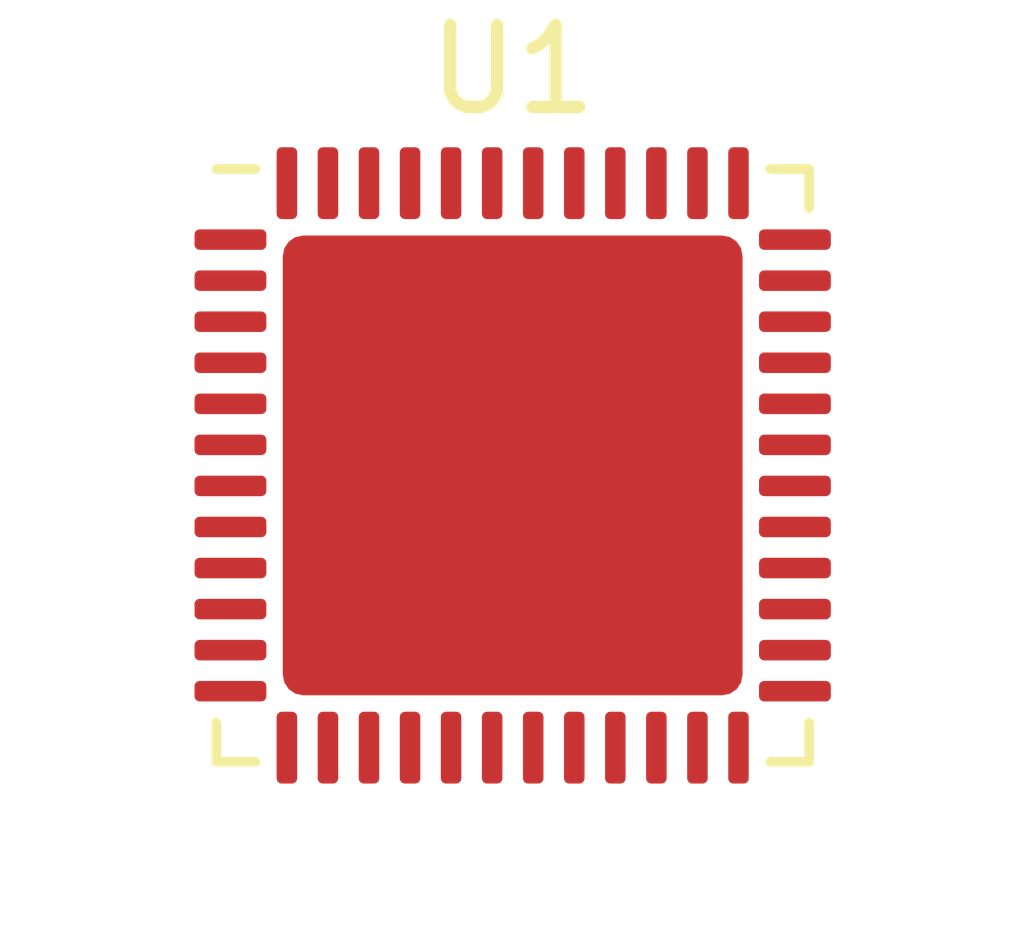
<source format=kicad_pcb>
(kicad_pcb (version 20171130) (host pcbnew "(5.0.2)-1")

  (general
    (thickness 1.6)
    (drawings 0)
    (tracks 0)
    (zones 0)
    (modules 1)
    (nets 50)
  )

  (page A4)
  (layers
    (0 F.Cu signal)
    (31 B.Cu signal)
    (32 B.Adhes user)
    (33 F.Adhes user)
    (34 B.Paste user)
    (35 F.Paste user)
    (36 B.SilkS user)
    (37 F.SilkS user)
    (38 B.Mask user)
    (39 F.Mask user)
    (40 Dwgs.User user)
    (41 Cmts.User user)
    (42 Eco1.User user)
    (43 Eco2.User user)
    (44 Edge.Cuts user)
    (45 Margin user)
    (46 B.CrtYd user)
    (47 F.CrtYd user)
    (48 B.Fab user)
    (49 F.Fab user)
  )

  (setup
    (last_trace_width 0.25)
    (trace_clearance 0.2)
    (zone_clearance 0.508)
    (zone_45_only no)
    (trace_min 0.2)
    (segment_width 0.2)
    (edge_width 0.15)
    (via_size 0.8)
    (via_drill 0.4)
    (via_min_size 0.4)
    (via_min_drill 0.3)
    (uvia_size 0.3)
    (uvia_drill 0.1)
    (uvias_allowed no)
    (uvia_min_size 0.2)
    (uvia_min_drill 0.1)
    (pcb_text_width 0.3)
    (pcb_text_size 1.5 1.5)
    (mod_edge_width 0.15)
    (mod_text_size 1 1)
    (mod_text_width 0.15)
    (pad_size 1.524 1.524)
    (pad_drill 0.762)
    (pad_to_mask_clearance 0.051)
    (solder_mask_min_width 0.25)
    (aux_axis_origin 0 0)
    (visible_elements FFFFFF7F)
    (pcbplotparams
      (layerselection 0x010fc_ffffffff)
      (usegerberextensions false)
      (usegerberattributes false)
      (usegerberadvancedattributes false)
      (creategerberjobfile false)
      (excludeedgelayer true)
      (linewidth 0.100000)
      (plotframeref false)
      (viasonmask false)
      (mode 1)
      (useauxorigin false)
      (hpglpennumber 1)
      (hpglpenspeed 20)
      (hpglpendiameter 15.000000)
      (psnegative false)
      (psa4output false)
      (plotreference true)
      (plotvalue true)
      (plotinvisibletext false)
      (padsonsilk false)
      (subtractmaskfromsilk false)
      (outputformat 1)
      (mirror false)
      (drillshape 1)
      (scaleselection 1)
      (outputdirectory ""))
  )

  (net 0 "")
  (net 1 "Net-(U1-Pad49)")
  (net 2 "Net-(U1-Pad1)")
  (net 3 "Net-(U1-Pad2)")
  (net 4 "Net-(U1-Pad3)")
  (net 5 "Net-(U1-Pad4)")
  (net 6 "Net-(U1-Pad5)")
  (net 7 "Net-(U1-Pad6)")
  (net 8 "Net-(U1-Pad7)")
  (net 9 "Net-(U1-Pad8)")
  (net 10 "Net-(U1-Pad9)")
  (net 11 "Net-(U1-Pad10)")
  (net 12 "Net-(U1-Pad11)")
  (net 13 "Net-(U1-Pad12)")
  (net 14 "Net-(U1-Pad13)")
  (net 15 "Net-(U1-Pad14)")
  (net 16 "Net-(U1-Pad15)")
  (net 17 "Net-(U1-Pad16)")
  (net 18 "Net-(U1-Pad17)")
  (net 19 "Net-(U1-Pad18)")
  (net 20 "Net-(U1-Pad19)")
  (net 21 "Net-(U1-Pad20)")
  (net 22 "Net-(U1-Pad21)")
  (net 23 "Net-(U1-Pad22)")
  (net 24 "Net-(U1-Pad23)")
  (net 25 "Net-(U1-Pad24)")
  (net 26 "Net-(U1-Pad25)")
  (net 27 "Net-(U1-Pad26)")
  (net 28 "Net-(U1-Pad27)")
  (net 29 "Net-(U1-Pad28)")
  (net 30 "Net-(U1-Pad29)")
  (net 31 "Net-(U1-Pad30)")
  (net 32 "Net-(U1-Pad31)")
  (net 33 "Net-(U1-Pad32)")
  (net 34 "Net-(U1-Pad33)")
  (net 35 "Net-(U1-Pad34)")
  (net 36 "Net-(U1-Pad35)")
  (net 37 "Net-(U1-Pad36)")
  (net 38 "Net-(U1-Pad37)")
  (net 39 "Net-(U1-Pad38)")
  (net 40 "Net-(U1-Pad39)")
  (net 41 "Net-(U1-Pad40)")
  (net 42 "Net-(U1-Pad41)")
  (net 43 "Net-(U1-Pad42)")
  (net 44 "Net-(U1-Pad43)")
  (net 45 "Net-(U1-Pad44)")
  (net 46 "Net-(U1-Pad45)")
  (net 47 "Net-(U1-Pad46)")
  (net 48 "Net-(U1-Pad47)")
  (net 49 "Net-(U1-Pad48)")

  (net_class Default "This is the default net class."
    (clearance 0.2)
    (trace_width 0.25)
    (via_dia 0.8)
    (via_drill 0.4)
    (uvia_dia 0.3)
    (uvia_drill 0.1)
    (add_net "Net-(U1-Pad1)")
    (add_net "Net-(U1-Pad10)")
    (add_net "Net-(U1-Pad11)")
    (add_net "Net-(U1-Pad12)")
    (add_net "Net-(U1-Pad13)")
    (add_net "Net-(U1-Pad14)")
    (add_net "Net-(U1-Pad15)")
    (add_net "Net-(U1-Pad16)")
    (add_net "Net-(U1-Pad17)")
    (add_net "Net-(U1-Pad18)")
    (add_net "Net-(U1-Pad19)")
    (add_net "Net-(U1-Pad2)")
    (add_net "Net-(U1-Pad20)")
    (add_net "Net-(U1-Pad21)")
    (add_net "Net-(U1-Pad22)")
    (add_net "Net-(U1-Pad23)")
    (add_net "Net-(U1-Pad24)")
    (add_net "Net-(U1-Pad25)")
    (add_net "Net-(U1-Pad26)")
    (add_net "Net-(U1-Pad27)")
    (add_net "Net-(U1-Pad28)")
    (add_net "Net-(U1-Pad29)")
    (add_net "Net-(U1-Pad3)")
    (add_net "Net-(U1-Pad30)")
    (add_net "Net-(U1-Pad31)")
    (add_net "Net-(U1-Pad32)")
    (add_net "Net-(U1-Pad33)")
    (add_net "Net-(U1-Pad34)")
    (add_net "Net-(U1-Pad35)")
    (add_net "Net-(U1-Pad36)")
    (add_net "Net-(U1-Pad37)")
    (add_net "Net-(U1-Pad38)")
    (add_net "Net-(U1-Pad39)")
    (add_net "Net-(U1-Pad4)")
    (add_net "Net-(U1-Pad40)")
    (add_net "Net-(U1-Pad41)")
    (add_net "Net-(U1-Pad42)")
    (add_net "Net-(U1-Pad43)")
    (add_net "Net-(U1-Pad44)")
    (add_net "Net-(U1-Pad45)")
    (add_net "Net-(U1-Pad46)")
    (add_net "Net-(U1-Pad47)")
    (add_net "Net-(U1-Pad48)")
    (add_net "Net-(U1-Pad49)")
    (add_net "Net-(U1-Pad5)")
    (add_net "Net-(U1-Pad6)")
    (add_net "Net-(U1-Pad7)")
    (add_net "Net-(U1-Pad8)")
    (add_net "Net-(U1-Pad9)")
  )

  (module Package_DFN_QFN:QFN-48-1EP_7x7mm_P0.5mm_EP5.6x5.6mm (layer F.Cu) (tedit 5C26A111) (tstamp 61017AD3)
    (at 145.48 94.55)
    (descr "QFN, 48 Pin (http://www.st.com/resource/en/datasheet/stm32f042k6.pdf#page=94), generated with kicad-footprint-generator ipc_dfn_qfn_generator.py")
    (tags "QFN DFN_QFN")
    (path /610176D7)
    (attr smd)
    (fp_text reference U1 (at 0 -4.82) (layer F.SilkS)
      (effects (font (size 1 1) (thickness 0.15)))
    )
    (fp_text value STM32F411CEUx (at 0 4.82) (layer F.Fab)
      (effects (font (size 1 1) (thickness 0.15)))
    )
    (fp_line (start 3.135 -3.61) (end 3.61 -3.61) (layer F.SilkS) (width 0.12))
    (fp_line (start 3.61 -3.61) (end 3.61 -3.135) (layer F.SilkS) (width 0.12))
    (fp_line (start -3.135 3.61) (end -3.61 3.61) (layer F.SilkS) (width 0.12))
    (fp_line (start -3.61 3.61) (end -3.61 3.135) (layer F.SilkS) (width 0.12))
    (fp_line (start 3.135 3.61) (end 3.61 3.61) (layer F.SilkS) (width 0.12))
    (fp_line (start 3.61 3.61) (end 3.61 3.135) (layer F.SilkS) (width 0.12))
    (fp_line (start -3.135 -3.61) (end -3.61 -3.61) (layer F.SilkS) (width 0.12))
    (fp_line (start -2.5 -3.5) (end 3.5 -3.5) (layer F.Fab) (width 0.1))
    (fp_line (start 3.5 -3.5) (end 3.5 3.5) (layer F.Fab) (width 0.1))
    (fp_line (start 3.5 3.5) (end -3.5 3.5) (layer F.Fab) (width 0.1))
    (fp_line (start -3.5 3.5) (end -3.5 -2.5) (layer F.Fab) (width 0.1))
    (fp_line (start -3.5 -2.5) (end -2.5 -3.5) (layer F.Fab) (width 0.1))
    (fp_line (start -4.12 -4.12) (end -4.12 4.12) (layer F.CrtYd) (width 0.05))
    (fp_line (start -4.12 4.12) (end 4.12 4.12) (layer F.CrtYd) (width 0.05))
    (fp_line (start 4.12 4.12) (end 4.12 -4.12) (layer F.CrtYd) (width 0.05))
    (fp_line (start 4.12 -4.12) (end -4.12 -4.12) (layer F.CrtYd) (width 0.05))
    (fp_text user %R (at 0 0) (layer F.Fab)
      (effects (font (size 1 1) (thickness 0.15)))
    )
    (pad 49 smd roundrect (at 0 0) (size 5.6 5.6) (layers F.Cu F.Mask) (roundrect_rratio 0.044643)
      (net 1 "Net-(U1-Pad49)"))
    (pad "" smd roundrect (at -2.1 -2.1) (size 1.13 1.13) (layers F.Paste) (roundrect_rratio 0.221239))
    (pad "" smd roundrect (at -2.1 -0.7) (size 1.13 1.13) (layers F.Paste) (roundrect_rratio 0.221239))
    (pad "" smd roundrect (at -2.1 0.7) (size 1.13 1.13) (layers F.Paste) (roundrect_rratio 0.221239))
    (pad "" smd roundrect (at -2.1 2.1) (size 1.13 1.13) (layers F.Paste) (roundrect_rratio 0.221239))
    (pad "" smd roundrect (at -0.7 -2.1) (size 1.13 1.13) (layers F.Paste) (roundrect_rratio 0.221239))
    (pad "" smd roundrect (at -0.7 -0.7) (size 1.13 1.13) (layers F.Paste) (roundrect_rratio 0.221239))
    (pad "" smd roundrect (at -0.7 0.7) (size 1.13 1.13) (layers F.Paste) (roundrect_rratio 0.221239))
    (pad "" smd roundrect (at -0.7 2.1) (size 1.13 1.13) (layers F.Paste) (roundrect_rratio 0.221239))
    (pad "" smd roundrect (at 0.7 -2.1) (size 1.13 1.13) (layers F.Paste) (roundrect_rratio 0.221239))
    (pad "" smd roundrect (at 0.7 -0.7) (size 1.13 1.13) (layers F.Paste) (roundrect_rratio 0.221239))
    (pad "" smd roundrect (at 0.7 0.7) (size 1.13 1.13) (layers F.Paste) (roundrect_rratio 0.221239))
    (pad "" smd roundrect (at 0.7 2.1) (size 1.13 1.13) (layers F.Paste) (roundrect_rratio 0.221239))
    (pad "" smd roundrect (at 2.1 -2.1) (size 1.13 1.13) (layers F.Paste) (roundrect_rratio 0.221239))
    (pad "" smd roundrect (at 2.1 -0.7) (size 1.13 1.13) (layers F.Paste) (roundrect_rratio 0.221239))
    (pad "" smd roundrect (at 2.1 0.7) (size 1.13 1.13) (layers F.Paste) (roundrect_rratio 0.221239))
    (pad "" smd roundrect (at 2.1 2.1) (size 1.13 1.13) (layers F.Paste) (roundrect_rratio 0.221239))
    (pad 1 smd roundrect (at -3.4375 -2.75) (size 0.875 0.25) (layers F.Cu F.Paste F.Mask) (roundrect_rratio 0.25)
      (net 2 "Net-(U1-Pad1)"))
    (pad 2 smd roundrect (at -3.4375 -2.25) (size 0.875 0.25) (layers F.Cu F.Paste F.Mask) (roundrect_rratio 0.25)
      (net 3 "Net-(U1-Pad2)"))
    (pad 3 smd roundrect (at -3.4375 -1.75) (size 0.875 0.25) (layers F.Cu F.Paste F.Mask) (roundrect_rratio 0.25)
      (net 4 "Net-(U1-Pad3)"))
    (pad 4 smd roundrect (at -3.4375 -1.25) (size 0.875 0.25) (layers F.Cu F.Paste F.Mask) (roundrect_rratio 0.25)
      (net 5 "Net-(U1-Pad4)"))
    (pad 5 smd roundrect (at -3.4375 -0.75) (size 0.875 0.25) (layers F.Cu F.Paste F.Mask) (roundrect_rratio 0.25)
      (net 6 "Net-(U1-Pad5)"))
    (pad 6 smd roundrect (at -3.4375 -0.25) (size 0.875 0.25) (layers F.Cu F.Paste F.Mask) (roundrect_rratio 0.25)
      (net 7 "Net-(U1-Pad6)"))
    (pad 7 smd roundrect (at -3.4375 0.25) (size 0.875 0.25) (layers F.Cu F.Paste F.Mask) (roundrect_rratio 0.25)
      (net 8 "Net-(U1-Pad7)"))
    (pad 8 smd roundrect (at -3.4375 0.75) (size 0.875 0.25) (layers F.Cu F.Paste F.Mask) (roundrect_rratio 0.25)
      (net 9 "Net-(U1-Pad8)"))
    (pad 9 smd roundrect (at -3.4375 1.25) (size 0.875 0.25) (layers F.Cu F.Paste F.Mask) (roundrect_rratio 0.25)
      (net 10 "Net-(U1-Pad9)"))
    (pad 10 smd roundrect (at -3.4375 1.75) (size 0.875 0.25) (layers F.Cu F.Paste F.Mask) (roundrect_rratio 0.25)
      (net 11 "Net-(U1-Pad10)"))
    (pad 11 smd roundrect (at -3.4375 2.25) (size 0.875 0.25) (layers F.Cu F.Paste F.Mask) (roundrect_rratio 0.25)
      (net 12 "Net-(U1-Pad11)"))
    (pad 12 smd roundrect (at -3.4375 2.75) (size 0.875 0.25) (layers F.Cu F.Paste F.Mask) (roundrect_rratio 0.25)
      (net 13 "Net-(U1-Pad12)"))
    (pad 13 smd roundrect (at -2.75 3.4375) (size 0.25 0.875) (layers F.Cu F.Paste F.Mask) (roundrect_rratio 0.25)
      (net 14 "Net-(U1-Pad13)"))
    (pad 14 smd roundrect (at -2.25 3.4375) (size 0.25 0.875) (layers F.Cu F.Paste F.Mask) (roundrect_rratio 0.25)
      (net 15 "Net-(U1-Pad14)"))
    (pad 15 smd roundrect (at -1.75 3.4375) (size 0.25 0.875) (layers F.Cu F.Paste F.Mask) (roundrect_rratio 0.25)
      (net 16 "Net-(U1-Pad15)"))
    (pad 16 smd roundrect (at -1.25 3.4375) (size 0.25 0.875) (layers F.Cu F.Paste F.Mask) (roundrect_rratio 0.25)
      (net 17 "Net-(U1-Pad16)"))
    (pad 17 smd roundrect (at -0.75 3.4375) (size 0.25 0.875) (layers F.Cu F.Paste F.Mask) (roundrect_rratio 0.25)
      (net 18 "Net-(U1-Pad17)"))
    (pad 18 smd roundrect (at -0.25 3.4375) (size 0.25 0.875) (layers F.Cu F.Paste F.Mask) (roundrect_rratio 0.25)
      (net 19 "Net-(U1-Pad18)"))
    (pad 19 smd roundrect (at 0.25 3.4375) (size 0.25 0.875) (layers F.Cu F.Paste F.Mask) (roundrect_rratio 0.25)
      (net 20 "Net-(U1-Pad19)"))
    (pad 20 smd roundrect (at 0.75 3.4375) (size 0.25 0.875) (layers F.Cu F.Paste F.Mask) (roundrect_rratio 0.25)
      (net 21 "Net-(U1-Pad20)"))
    (pad 21 smd roundrect (at 1.25 3.4375) (size 0.25 0.875) (layers F.Cu F.Paste F.Mask) (roundrect_rratio 0.25)
      (net 22 "Net-(U1-Pad21)"))
    (pad 22 smd roundrect (at 1.75 3.4375) (size 0.25 0.875) (layers F.Cu F.Paste F.Mask) (roundrect_rratio 0.25)
      (net 23 "Net-(U1-Pad22)"))
    (pad 23 smd roundrect (at 2.25 3.4375) (size 0.25 0.875) (layers F.Cu F.Paste F.Mask) (roundrect_rratio 0.25)
      (net 24 "Net-(U1-Pad23)"))
    (pad 24 smd roundrect (at 2.75 3.4375) (size 0.25 0.875) (layers F.Cu F.Paste F.Mask) (roundrect_rratio 0.25)
      (net 25 "Net-(U1-Pad24)"))
    (pad 25 smd roundrect (at 3.4375 2.75) (size 0.875 0.25) (layers F.Cu F.Paste F.Mask) (roundrect_rratio 0.25)
      (net 26 "Net-(U1-Pad25)"))
    (pad 26 smd roundrect (at 3.4375 2.25) (size 0.875 0.25) (layers F.Cu F.Paste F.Mask) (roundrect_rratio 0.25)
      (net 27 "Net-(U1-Pad26)"))
    (pad 27 smd roundrect (at 3.4375 1.75) (size 0.875 0.25) (layers F.Cu F.Paste F.Mask) (roundrect_rratio 0.25)
      (net 28 "Net-(U1-Pad27)"))
    (pad 28 smd roundrect (at 3.4375 1.25) (size 0.875 0.25) (layers F.Cu F.Paste F.Mask) (roundrect_rratio 0.25)
      (net 29 "Net-(U1-Pad28)"))
    (pad 29 smd roundrect (at 3.4375 0.75) (size 0.875 0.25) (layers F.Cu F.Paste F.Mask) (roundrect_rratio 0.25)
      (net 30 "Net-(U1-Pad29)"))
    (pad 30 smd roundrect (at 3.4375 0.25) (size 0.875 0.25) (layers F.Cu F.Paste F.Mask) (roundrect_rratio 0.25)
      (net 31 "Net-(U1-Pad30)"))
    (pad 31 smd roundrect (at 3.4375 -0.25) (size 0.875 0.25) (layers F.Cu F.Paste F.Mask) (roundrect_rratio 0.25)
      (net 32 "Net-(U1-Pad31)"))
    (pad 32 smd roundrect (at 3.4375 -0.75) (size 0.875 0.25) (layers F.Cu F.Paste F.Mask) (roundrect_rratio 0.25)
      (net 33 "Net-(U1-Pad32)"))
    (pad 33 smd roundrect (at 3.4375 -1.25) (size 0.875 0.25) (layers F.Cu F.Paste F.Mask) (roundrect_rratio 0.25)
      (net 34 "Net-(U1-Pad33)"))
    (pad 34 smd roundrect (at 3.4375 -1.75) (size 0.875 0.25) (layers F.Cu F.Paste F.Mask) (roundrect_rratio 0.25)
      (net 35 "Net-(U1-Pad34)"))
    (pad 35 smd roundrect (at 3.4375 -2.25) (size 0.875 0.25) (layers F.Cu F.Paste F.Mask) (roundrect_rratio 0.25)
      (net 36 "Net-(U1-Pad35)"))
    (pad 36 smd roundrect (at 3.4375 -2.75) (size 0.875 0.25) (layers F.Cu F.Paste F.Mask) (roundrect_rratio 0.25)
      (net 37 "Net-(U1-Pad36)"))
    (pad 37 smd roundrect (at 2.75 -3.4375) (size 0.25 0.875) (layers F.Cu F.Paste F.Mask) (roundrect_rratio 0.25)
      (net 38 "Net-(U1-Pad37)"))
    (pad 38 smd roundrect (at 2.25 -3.4375) (size 0.25 0.875) (layers F.Cu F.Paste F.Mask) (roundrect_rratio 0.25)
      (net 39 "Net-(U1-Pad38)"))
    (pad 39 smd roundrect (at 1.75 -3.4375) (size 0.25 0.875) (layers F.Cu F.Paste F.Mask) (roundrect_rratio 0.25)
      (net 40 "Net-(U1-Pad39)"))
    (pad 40 smd roundrect (at 1.25 -3.4375) (size 0.25 0.875) (layers F.Cu F.Paste F.Mask) (roundrect_rratio 0.25)
      (net 41 "Net-(U1-Pad40)"))
    (pad 41 smd roundrect (at 0.75 -3.4375) (size 0.25 0.875) (layers F.Cu F.Paste F.Mask) (roundrect_rratio 0.25)
      (net 42 "Net-(U1-Pad41)"))
    (pad 42 smd roundrect (at 0.25 -3.4375) (size 0.25 0.875) (layers F.Cu F.Paste F.Mask) (roundrect_rratio 0.25)
      (net 43 "Net-(U1-Pad42)"))
    (pad 43 smd roundrect (at -0.25 -3.4375) (size 0.25 0.875) (layers F.Cu F.Paste F.Mask) (roundrect_rratio 0.25)
      (net 44 "Net-(U1-Pad43)"))
    (pad 44 smd roundrect (at -0.75 -3.4375) (size 0.25 0.875) (layers F.Cu F.Paste F.Mask) (roundrect_rratio 0.25)
      (net 45 "Net-(U1-Pad44)"))
    (pad 45 smd roundrect (at -1.25 -3.4375) (size 0.25 0.875) (layers F.Cu F.Paste F.Mask) (roundrect_rratio 0.25)
      (net 46 "Net-(U1-Pad45)"))
    (pad 46 smd roundrect (at -1.75 -3.4375) (size 0.25 0.875) (layers F.Cu F.Paste F.Mask) (roundrect_rratio 0.25)
      (net 47 "Net-(U1-Pad46)"))
    (pad 47 smd roundrect (at -2.25 -3.4375) (size 0.25 0.875) (layers F.Cu F.Paste F.Mask) (roundrect_rratio 0.25)
      (net 48 "Net-(U1-Pad47)"))
    (pad 48 smd roundrect (at -2.75 -3.4375) (size 0.25 0.875) (layers F.Cu F.Paste F.Mask) (roundrect_rratio 0.25)
      (net 49 "Net-(U1-Pad48)"))
    (model ${KISYS3DMOD}/Package_DFN_QFN.3dshapes/QFN-48-1EP_7x7mm_P0.5mm_EP5.6x5.6mm.wrl
      (at (xyz 0 0 0))
      (scale (xyz 1 1 1))
      (rotate (xyz 0 0 0))
    )
  )

)

</source>
